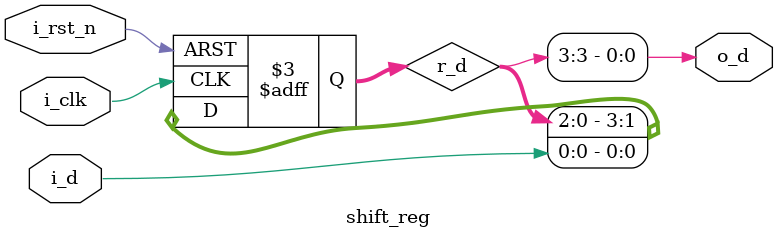
<source format=v>
module shift_reg(
	input		i_clk,
	input		i_rst_n,
	input		i_d,
	output		o_d
);
	reg [3:0] r_d;

	always @(posedge i_clk or negedge i_rst_n) begin
		if(!i_rst_n)
			r_d <= 4'b0;
		else
			r_d <= {r_d[2:0], i_d};
	end

	assign o_d = r_d[3];

endmodule

</source>
